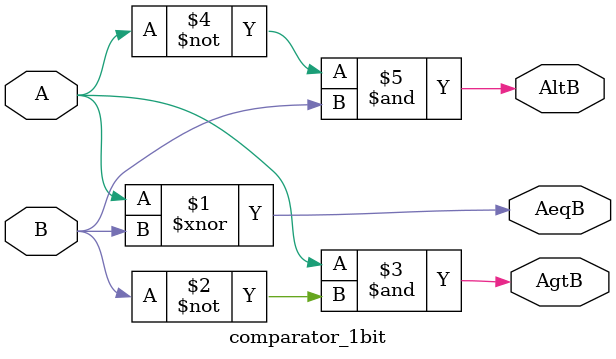
<source format=sv>
/*------comparator_lt - so sanh so co dau va khong dau-------
*Input-32bit: A,B
*Input-1bit: sel_signed (Neu = 0 thi so sanh so co dau, nguoc lai thi so sanh so khong dau)
*Output-32bit: AltB_o (Neu A<B thi AltB_o = 1)
*/

module comparator_lt(
							A,
							B,
							sel_signed,
							AltB_o);
parameter N = 32;
parameter AltB_i = 1'b1;
parameter AgtB_i = 1'b0;
input logic [N-1:0] A;
input logic [N-1:0] B;
input logic sel_signed;
output logic AltB_o;

wire unused_gt;
wire unused_eq;
wire outbar;
wire out_signed;

   comparator_32bit com1(.in_1(A), .in_2(B), .AltB(outbar), .AgtB(unused_gt), .AeqB(unused_eq));
	mux4to1 mux4to1(.In1(outbar), .In2(AgtB_i), .In3(AltB_i), .In4(outbar), .sel({A[N-1],B[N-1]}), .out(out_signed));
	mux2to1 mux2to1(.In1(out_signed), .In2(outbar), .sel(sel_signed), .out(AltB_o));
endmodule

//-------------------------------Sub_Modules---------------------------------//

///////////////////////////
//Module Comparator 32 Bit//
///////////////////////////
module comparator_32bit(
								in_1,
								in_2,
								AgtB,
								AltB,
								AeqB
								);
parameter N = 32;

input logic [N-1:0] in_1;
input logic [N-1:0] in_2;
output logic AgtB;
output logic AltB;
output logic AeqB;

wire [8:0] AltB_ex;
wire [8:0] AeqB_ex;
wire [8:0] AgtB_ex;

assign AeqB_ex[0] = 1;
assign AltB_ex[0] = 0;
assign AgtB_ex[0] = 0;

genvar i;
genvar j;
generate
	for(j=0; j<8; j=j+1) begin : cmp_block
		localparam i=j*4;
		comparator_4bit c(.A(in_1[i+3:i]),
								.B(in_2[i+3:i]),
								.AgtB_i(AgtB_ex[j]),
								.AltB_i(AltB_ex[j]),
								.AeqB_i(AeqB_ex[j]),
								.AgtB_o(AgtB_ex[j+1]),
								.AeqB_o(AeqB_ex[j+1]),
								.AltB_o(AltB_ex[j+1]));
	end
endgenerate

assign AgtB = AgtB_ex[8];
assign AeqB = AeqB_ex[8];
assign AltB = AltB_ex[8];

endmodule




///////////////////////////
//Module Comparator 4 Bit//
///////////////////////////
module comparator_4bit( 
						 input logic [3:0]A, B,
						 input logic AgtB_i,
						 input logic AeqB_i,
						 input logic AltB_i,
                   output logic AgtB_o,
                   output logic AltB_o,
                   output logic AeqB_o
                      );				 
//Compare bit_0
wire AeqB_0;
wire AltB_0;
wire AgtB_0;

//Compare bit_1
wire AeqB_1;
wire AltB_1;
wire AgtB_1;

//Compare bit_2
wire AeqB_2;
wire AltB_2;
wire AgtB_2;

//Compare bit_3
wire AeqB_3;
wire AltB_3;
wire AgtB_3;
					 

comparator_1bit c3(.A(A[3]), .B(B[3]), .AgtB(AgtB_3), .AltB(AltB_3), .AeqB(AeqB_3));
comparator_1bit c2(.A(A[2]), .B(B[2]), .AgtB(AgtB_2), .AltB(AltB_2), .AeqB(AeqB_2));
comparator_1bit c1(.A(A[1]), .B(B[1]), .AgtB(AgtB_1), .AltB(AltB_1), .AeqB(AeqB_1));
comparator_1bit c0(.A(A[0]), .B(B[0]), .AgtB(AgtB_0), .AltB(AltB_0), .AeqB(AeqB_0));

assign AeqB_o = AeqB_3&AeqB_2&AeqB_1&AeqB_0&AeqB_i;
assign AgtB_o = AgtB_3 | (AeqB_3 & AgtB_2) | (AeqB_3 & AeqB_2 & AgtB_1) | (AeqB_3 & AeqB_2 & AeqB_1 & AgtB_0) | (AeqB_3 & AeqB_2 & AeqB_1 & AeqB_0 & AgtB_i);
assign AltB_o = AltB_3 | (AeqB_3 & AltB_2) | (AeqB_3 & AeqB_2 & AltB_1) | (AeqB_3 & AeqB_2 & AeqB_1 & AltB_0) | (AeqB_3 & AeqB_2 & AeqB_1 & AeqB_0 & AltB_i);
endmodule



///////////////////////////
//Module Comparator 1 Bit//
///////////////////////////
module comparator_1bit(
							  input logic A,B,
							  output logic AgtB, 		//Output when A>B
							  output logic AltB,			//Output when A<B
							  output logic AeqB			//Output when A=B
							  );
assign AeqB = A~^B;
assign AgtB = A&~B;
assign AltB = ~A&B;
endmodule		



</source>
